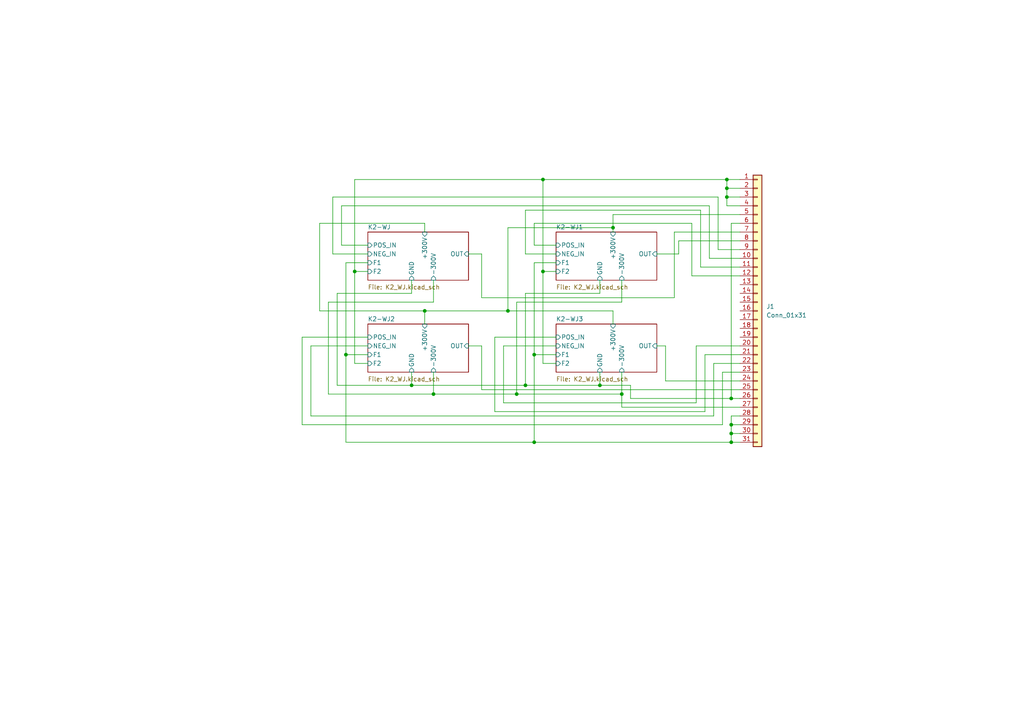
<source format=kicad_sch>
(kicad_sch (version 20230121) (generator eeschema)

  (uuid b5578b6d-6c85-47aa-b572-5802af65a37b)

  (paper "A4")

  (lib_symbols
    (symbol "Connector_Generic:Conn_01x31" (pin_names (offset 1.016) hide) (in_bom yes) (on_board yes)
      (property "Reference" "J" (at 0 40.64 0)
        (effects (font (size 1.27 1.27)))
      )
      (property "Value" "Conn_01x31" (at 0 -40.64 0)
        (effects (font (size 1.27 1.27)))
      )
      (property "Footprint" "" (at 0 0 0)
        (effects (font (size 1.27 1.27)) hide)
      )
      (property "Datasheet" "~" (at 0 0 0)
        (effects (font (size 1.27 1.27)) hide)
      )
      (property "ki_keywords" "connector" (at 0 0 0)
        (effects (font (size 1.27 1.27)) hide)
      )
      (property "ki_description" "Generic connector, single row, 01x31, script generated (kicad-library-utils/schlib/autogen/connector/)" (at 0 0 0)
        (effects (font (size 1.27 1.27)) hide)
      )
      (property "ki_fp_filters" "Connector*:*_1x??_*" (at 0 0 0)
        (effects (font (size 1.27 1.27)) hide)
      )
      (symbol "Conn_01x31_1_1"
        (rectangle (start -1.27 -37.973) (end 0 -38.227)
          (stroke (width 0.1524) (type default))
          (fill (type none))
        )
        (rectangle (start -1.27 -35.433) (end 0 -35.687)
          (stroke (width 0.1524) (type default))
          (fill (type none))
        )
        (rectangle (start -1.27 -32.893) (end 0 -33.147)
          (stroke (width 0.1524) (type default))
          (fill (type none))
        )
        (rectangle (start -1.27 -30.353) (end 0 -30.607)
          (stroke (width 0.1524) (type default))
          (fill (type none))
        )
        (rectangle (start -1.27 -27.813) (end 0 -28.067)
          (stroke (width 0.1524) (type default))
          (fill (type none))
        )
        (rectangle (start -1.27 -25.273) (end 0 -25.527)
          (stroke (width 0.1524) (type default))
          (fill (type none))
        )
        (rectangle (start -1.27 -22.733) (end 0 -22.987)
          (stroke (width 0.1524) (type default))
          (fill (type none))
        )
        (rectangle (start -1.27 -20.193) (end 0 -20.447)
          (stroke (width 0.1524) (type default))
          (fill (type none))
        )
        (rectangle (start -1.27 -17.653) (end 0 -17.907)
          (stroke (width 0.1524) (type default))
          (fill (type none))
        )
        (rectangle (start -1.27 -15.113) (end 0 -15.367)
          (stroke (width 0.1524) (type default))
          (fill (type none))
        )
        (rectangle (start -1.27 -12.573) (end 0 -12.827)
          (stroke (width 0.1524) (type default))
          (fill (type none))
        )
        (rectangle (start -1.27 -10.033) (end 0 -10.287)
          (stroke (width 0.1524) (type default))
          (fill (type none))
        )
        (rectangle (start -1.27 -7.493) (end 0 -7.747)
          (stroke (width 0.1524) (type default))
          (fill (type none))
        )
        (rectangle (start -1.27 -4.953) (end 0 -5.207)
          (stroke (width 0.1524) (type default))
          (fill (type none))
        )
        (rectangle (start -1.27 -2.413) (end 0 -2.667)
          (stroke (width 0.1524) (type default))
          (fill (type none))
        )
        (rectangle (start -1.27 0.127) (end 0 -0.127)
          (stroke (width 0.1524) (type default))
          (fill (type none))
        )
        (rectangle (start -1.27 2.667) (end 0 2.413)
          (stroke (width 0.1524) (type default))
          (fill (type none))
        )
        (rectangle (start -1.27 5.207) (end 0 4.953)
          (stroke (width 0.1524) (type default))
          (fill (type none))
        )
        (rectangle (start -1.27 7.747) (end 0 7.493)
          (stroke (width 0.1524) (type default))
          (fill (type none))
        )
        (rectangle (start -1.27 10.287) (end 0 10.033)
          (stroke (width 0.1524) (type default))
          (fill (type none))
        )
        (rectangle (start -1.27 12.827) (end 0 12.573)
          (stroke (width 0.1524) (type default))
          (fill (type none))
        )
        (rectangle (start -1.27 15.367) (end 0 15.113)
          (stroke (width 0.1524) (type default))
          (fill (type none))
        )
        (rectangle (start -1.27 17.907) (end 0 17.653)
          (stroke (width 0.1524) (type default))
          (fill (type none))
        )
        (rectangle (start -1.27 20.447) (end 0 20.193)
          (stroke (width 0.1524) (type default))
          (fill (type none))
        )
        (rectangle (start -1.27 22.987) (end 0 22.733)
          (stroke (width 0.1524) (type default))
          (fill (type none))
        )
        (rectangle (start -1.27 25.527) (end 0 25.273)
          (stroke (width 0.1524) (type default))
          (fill (type none))
        )
        (rectangle (start -1.27 28.067) (end 0 27.813)
          (stroke (width 0.1524) (type default))
          (fill (type none))
        )
        (rectangle (start -1.27 30.607) (end 0 30.353)
          (stroke (width 0.1524) (type default))
          (fill (type none))
        )
        (rectangle (start -1.27 33.147) (end 0 32.893)
          (stroke (width 0.1524) (type default))
          (fill (type none))
        )
        (rectangle (start -1.27 35.687) (end 0 35.433)
          (stroke (width 0.1524) (type default))
          (fill (type none))
        )
        (rectangle (start -1.27 38.227) (end 0 37.973)
          (stroke (width 0.1524) (type default))
          (fill (type none))
        )
        (rectangle (start -1.27 39.37) (end 1.27 -39.37)
          (stroke (width 0.254) (type default))
          (fill (type background))
        )
        (pin passive line (at -5.08 38.1 0) (length 3.81)
          (name "Pin_1" (effects (font (size 1.27 1.27))))
          (number "1" (effects (font (size 1.27 1.27))))
        )
        (pin passive line (at -5.08 15.24 0) (length 3.81)
          (name "Pin_10" (effects (font (size 1.27 1.27))))
          (number "10" (effects (font (size 1.27 1.27))))
        )
        (pin passive line (at -5.08 12.7 0) (length 3.81)
          (name "Pin_11" (effects (font (size 1.27 1.27))))
          (number "11" (effects (font (size 1.27 1.27))))
        )
        (pin passive line (at -5.08 10.16 0) (length 3.81)
          (name "Pin_12" (effects (font (size 1.27 1.27))))
          (number "12" (effects (font (size 1.27 1.27))))
        )
        (pin passive line (at -5.08 7.62 0) (length 3.81)
          (name "Pin_13" (effects (font (size 1.27 1.27))))
          (number "13" (effects (font (size 1.27 1.27))))
        )
        (pin passive line (at -5.08 5.08 0) (length 3.81)
          (name "Pin_14" (effects (font (size 1.27 1.27))))
          (number "14" (effects (font (size 1.27 1.27))))
        )
        (pin passive line (at -5.08 2.54 0) (length 3.81)
          (name "Pin_15" (effects (font (size 1.27 1.27))))
          (number "15" (effects (font (size 1.27 1.27))))
        )
        (pin passive line (at -5.08 0 0) (length 3.81)
          (name "Pin_16" (effects (font (size 1.27 1.27))))
          (number "16" (effects (font (size 1.27 1.27))))
        )
        (pin passive line (at -5.08 -2.54 0) (length 3.81)
          (name "Pin_17" (effects (font (size 1.27 1.27))))
          (number "17" (effects (font (size 1.27 1.27))))
        )
        (pin passive line (at -5.08 -5.08 0) (length 3.81)
          (name "Pin_18" (effects (font (size 1.27 1.27))))
          (number "18" (effects (font (size 1.27 1.27))))
        )
        (pin passive line (at -5.08 -7.62 0) (length 3.81)
          (name "Pin_19" (effects (font (size 1.27 1.27))))
          (number "19" (effects (font (size 1.27 1.27))))
        )
        (pin passive line (at -5.08 35.56 0) (length 3.81)
          (name "Pin_2" (effects (font (size 1.27 1.27))))
          (number "2" (effects (font (size 1.27 1.27))))
        )
        (pin passive line (at -5.08 -10.16 0) (length 3.81)
          (name "Pin_20" (effects (font (size 1.27 1.27))))
          (number "20" (effects (font (size 1.27 1.27))))
        )
        (pin passive line (at -5.08 -12.7 0) (length 3.81)
          (name "Pin_21" (effects (font (size 1.27 1.27))))
          (number "21" (effects (font (size 1.27 1.27))))
        )
        (pin passive line (at -5.08 -15.24 0) (length 3.81)
          (name "Pin_22" (effects (font (size 1.27 1.27))))
          (number "22" (effects (font (size 1.27 1.27))))
        )
        (pin passive line (at -5.08 -17.78 0) (length 3.81)
          (name "Pin_23" (effects (font (size 1.27 1.27))))
          (number "23" (effects (font (size 1.27 1.27))))
        )
        (pin passive line (at -5.08 -20.32 0) (length 3.81)
          (name "Pin_24" (effects (font (size 1.27 1.27))))
          (number "24" (effects (font (size 1.27 1.27))))
        )
        (pin passive line (at -5.08 -22.86 0) (length 3.81)
          (name "Pin_25" (effects (font (size 1.27 1.27))))
          (number "25" (effects (font (size 1.27 1.27))))
        )
        (pin passive line (at -5.08 -25.4 0) (length 3.81)
          (name "Pin_26" (effects (font (size 1.27 1.27))))
          (number "26" (effects (font (size 1.27 1.27))))
        )
        (pin passive line (at -5.08 -27.94 0) (length 3.81)
          (name "Pin_27" (effects (font (size 1.27 1.27))))
          (number "27" (effects (font (size 1.27 1.27))))
        )
        (pin passive line (at -5.08 -30.48 0) (length 3.81)
          (name "Pin_28" (effects (font (size 1.27 1.27))))
          (number "28" (effects (font (size 1.27 1.27))))
        )
        (pin passive line (at -5.08 -33.02 0) (length 3.81)
          (name "Pin_29" (effects (font (size 1.27 1.27))))
          (number "29" (effects (font (size 1.27 1.27))))
        )
        (pin passive line (at -5.08 33.02 0) (length 3.81)
          (name "Pin_3" (effects (font (size 1.27 1.27))))
          (number "3" (effects (font (size 1.27 1.27))))
        )
        (pin passive line (at -5.08 -35.56 0) (length 3.81)
          (name "Pin_30" (effects (font (size 1.27 1.27))))
          (number "30" (effects (font (size 1.27 1.27))))
        )
        (pin passive line (at -5.08 -38.1 0) (length 3.81)
          (name "Pin_31" (effects (font (size 1.27 1.27))))
          (number "31" (effects (font (size 1.27 1.27))))
        )
        (pin passive line (at -5.08 30.48 0) (length 3.81)
          (name "Pin_4" (effects (font (size 1.27 1.27))))
          (number "4" (effects (font (size 1.27 1.27))))
        )
        (pin passive line (at -5.08 27.94 0) (length 3.81)
          (name "Pin_5" (effects (font (size 1.27 1.27))))
          (number "5" (effects (font (size 1.27 1.27))))
        )
        (pin passive line (at -5.08 25.4 0) (length 3.81)
          (name "Pin_6" (effects (font (size 1.27 1.27))))
          (number "6" (effects (font (size 1.27 1.27))))
        )
        (pin passive line (at -5.08 22.86 0) (length 3.81)
          (name "Pin_7" (effects (font (size 1.27 1.27))))
          (number "7" (effects (font (size 1.27 1.27))))
        )
        (pin passive line (at -5.08 20.32 0) (length 3.81)
          (name "Pin_8" (effects (font (size 1.27 1.27))))
          (number "8" (effects (font (size 1.27 1.27))))
        )
        (pin passive line (at -5.08 17.78 0) (length 3.81)
          (name "Pin_9" (effects (font (size 1.27 1.27))))
          (number "9" (effects (font (size 1.27 1.27))))
        )
      )
    )
  )

  (junction (at 125.73 114.3) (diameter 0) (color 0 0 0 0)
    (uuid 167f8650-cbb3-4703-9615-e59dc8579da1)
  )
  (junction (at 102.87 78.74) (diameter 0) (color 0 0 0 0)
    (uuid 35ff53ac-b6a2-4dca-af26-7eb4f4f93083)
  )
  (junction (at 149.86 114.3) (diameter 0) (color 0 0 0 0)
    (uuid 6a6585f1-be60-4447-a947-c256242e0b76)
  )
  (junction (at 180.34 114.3) (diameter 0) (color 0 0 0 0)
    (uuid 73587f1c-cd89-49f8-8a69-2c3a5f3a633f)
  )
  (junction (at 177.8 66.04) (diameter 0) (color 0 0 0 0)
    (uuid 848d7c6a-2e48-406c-8418-15cc46d2d1ae)
  )
  (junction (at 157.48 52.07) (diameter 0) (color 0 0 0 0)
    (uuid 867e93c4-1057-45a2-8c9b-06f63476ed04)
  )
  (junction (at 154.94 128.27) (diameter 0) (color 0 0 0 0)
    (uuid 91524868-8c68-49b5-a7df-51817abc1169)
  )
  (junction (at 100.33 102.87) (diameter 0) (color 0 0 0 0)
    (uuid 939e78bf-3bb9-45b8-9dbf-163b60fe17da)
  )
  (junction (at 212.09 128.27) (diameter 0) (color 0 0 0 0)
    (uuid 96f0021a-dff1-440e-93e2-236eb602d568)
  )
  (junction (at 123.19 90.17) (diameter 0) (color 0 0 0 0)
    (uuid a2698a8c-de46-455c-a11a-b3848c77ca4f)
  )
  (junction (at 154.94 102.87) (diameter 0) (color 0 0 0 0)
    (uuid ac7d5dd6-54c0-46bf-8502-7363e6c7eca0)
  )
  (junction (at 212.09 115.57) (diameter 0) (color 0 0 0 0)
    (uuid ae2c3667-f88d-4def-a0f1-f2d0cdf4e8c7)
  )
  (junction (at 173.99 111.76) (diameter 0) (color 0 0 0 0)
    (uuid b1549533-9c39-4acc-8dbf-fcdc3ab79003)
  )
  (junction (at 212.09 125.73) (diameter 0) (color 0 0 0 0)
    (uuid b360047f-6a36-4b06-84e9-61045da103fd)
  )
  (junction (at 152.4 111.76) (diameter 0) (color 0 0 0 0)
    (uuid b9faae9d-cb23-4710-9f5c-61f211eb3dde)
  )
  (junction (at 210.82 54.61) (diameter 0) (color 0 0 0 0)
    (uuid c66ed926-fbca-436e-b012-6d704bd1363e)
  )
  (junction (at 212.09 123.19) (diameter 0) (color 0 0 0 0)
    (uuid cb2cc2ac-13f4-4f34-9c98-001f88a50566)
  )
  (junction (at 157.48 78.74) (diameter 0) (color 0 0 0 0)
    (uuid cb304086-125e-441c-8a5d-5342cd5077a0)
  )
  (junction (at 147.32 90.17) (diameter 0) (color 0 0 0 0)
    (uuid d7c2b0e2-8054-4dd1-b296-3e0aed28833d)
  )
  (junction (at 210.82 57.15) (diameter 0) (color 0 0 0 0)
    (uuid dcc9d651-d4e7-4694-ad8b-e10d34ae35ae)
  )
  (junction (at 119.38 111.76) (diameter 0) (color 0 0 0 0)
    (uuid ed10b0a6-14a3-4e2c-8e04-751f38ede816)
  )
  (junction (at 210.82 52.07) (diameter 0) (color 0 0 0 0)
    (uuid f42c408f-8a3a-4de9-b858-51f7a2408121)
  )

  (wire (pts (xy 210.82 57.15) (xy 210.82 54.61))
    (stroke (width 0) (type default))
    (uuid 033ce21b-76f5-436e-94e0-8fe22eff1d42)
  )
  (wire (pts (xy 152.4 85.09) (xy 173.99 85.09))
    (stroke (width 0) (type default))
    (uuid 05a72f73-c153-4840-b49f-1035fd6719c7)
  )
  (wire (pts (xy 139.7 113.03) (xy 139.7 100.33))
    (stroke (width 0) (type default))
    (uuid 068ea5df-9574-4814-ae92-b095ce3319da)
  )
  (wire (pts (xy 214.63 59.69) (xy 210.82 59.69))
    (stroke (width 0) (type default))
    (uuid 08a49250-181d-443f-afa9-d2031c03a0f3)
  )
  (wire (pts (xy 119.38 85.09) (xy 119.38 81.28))
    (stroke (width 0) (type default))
    (uuid 0973abb1-0fc8-4843-a5dc-e50ef53bad10)
  )
  (wire (pts (xy 207.01 120.65) (xy 90.17 120.65))
    (stroke (width 0) (type default))
    (uuid 0ac3f5f2-b040-4917-bb2d-989cc31281e3)
  )
  (wire (pts (xy 100.33 128.27) (xy 154.94 128.27))
    (stroke (width 0) (type default))
    (uuid 0e2b3ac3-39d0-4301-8d7f-0b3a49e6d60a)
  )
  (wire (pts (xy 214.63 64.77) (xy 212.09 64.77))
    (stroke (width 0) (type default))
    (uuid 0eb45c27-2125-4381-aa6e-21a067584929)
  )
  (wire (pts (xy 200.66 64.77) (xy 154.94 64.77))
    (stroke (width 0) (type default))
    (uuid 0efb4fe7-70ee-4114-901d-a929eb3cde70)
  )
  (wire (pts (xy 195.58 67.31) (xy 214.63 67.31))
    (stroke (width 0) (type default))
    (uuid 1029532d-c389-432b-85dd-e42207761373)
  )
  (wire (pts (xy 95.25 87.63) (xy 125.73 87.63))
    (stroke (width 0) (type default))
    (uuid 111b5d9a-0899-4d2b-9f40-d3b96095e968)
  )
  (wire (pts (xy 100.33 76.2) (xy 106.68 76.2))
    (stroke (width 0) (type default))
    (uuid 131aa263-3c69-4ffe-b3a4-1cb21ac7702e)
  )
  (wire (pts (xy 123.19 64.77) (xy 123.19 67.31))
    (stroke (width 0) (type default))
    (uuid 13f8f31a-cb0d-4741-9878-e657e19a683e)
  )
  (wire (pts (xy 139.7 73.66) (xy 135.89 73.66))
    (stroke (width 0) (type default))
    (uuid 14da4045-9de5-40dc-b959-ba1ee05c880c)
  )
  (wire (pts (xy 106.68 102.87) (xy 100.33 102.87))
    (stroke (width 0) (type default))
    (uuid 16467dab-c80d-4bdb-b33d-1a13c6b6ef4e)
  )
  (wire (pts (xy 102.87 52.07) (xy 157.48 52.07))
    (stroke (width 0) (type default))
    (uuid 1738e909-a2f4-4bfc-aedb-83f7dd77f3b1)
  )
  (wire (pts (xy 154.94 64.77) (xy 154.94 71.12))
    (stroke (width 0) (type default))
    (uuid 177daf82-d02f-432f-925f-b5b25196f972)
  )
  (wire (pts (xy 214.63 107.95) (xy 209.55 107.95))
    (stroke (width 0) (type default))
    (uuid 18a4515c-aabc-451d-8a76-a089d2a8b61d)
  )
  (wire (pts (xy 177.8 93.98) (xy 177.8 90.17))
    (stroke (width 0) (type default))
    (uuid 1988706c-c664-4c79-9ea3-0a45c4c475e1)
  )
  (wire (pts (xy 152.4 73.66) (xy 161.29 73.66))
    (stroke (width 0) (type default))
    (uuid 1a010ac4-4afd-4bf7-8f60-25a973d5c07b)
  )
  (wire (pts (xy 210.82 52.07) (xy 214.63 52.07))
    (stroke (width 0) (type default))
    (uuid 1a282121-e201-41b0-88b9-c504fc4bc573)
  )
  (wire (pts (xy 177.8 90.17) (xy 147.32 90.17))
    (stroke (width 0) (type default))
    (uuid 1b5ed7aa-9a4a-42eb-9baa-b6161d7cdbbc)
  )
  (wire (pts (xy 210.82 59.69) (xy 210.82 57.15))
    (stroke (width 0) (type default))
    (uuid 1c459570-4021-4319-8300-e9c20a3c7a13)
  )
  (wire (pts (xy 200.66 80.01) (xy 200.66 64.77))
    (stroke (width 0) (type default))
    (uuid 1e231f3b-0794-415b-b7d0-2d1ba1525a64)
  )
  (wire (pts (xy 96.52 57.15) (xy 96.52 73.66))
    (stroke (width 0) (type default))
    (uuid 1e6da935-7055-455b-a995-629847981eea)
  )
  (wire (pts (xy 100.33 128.27) (xy 100.33 102.87))
    (stroke (width 0) (type default))
    (uuid 1ef3371f-5694-4eaa-a8be-b762d46b1542)
  )
  (wire (pts (xy 214.63 80.01) (xy 200.66 80.01))
    (stroke (width 0) (type default))
    (uuid 1f020146-6e27-4fd9-99c4-663c6073e00d)
  )
  (wire (pts (xy 214.63 105.41) (xy 207.01 105.41))
    (stroke (width 0) (type default))
    (uuid 226019fc-bc8d-4525-82a5-2c3a00c9bef6)
  )
  (wire (pts (xy 161.29 102.87) (xy 154.94 102.87))
    (stroke (width 0) (type default))
    (uuid 22d5cf0d-9286-4eb8-99de-b9c7875a86df)
  )
  (wire (pts (xy 214.63 115.57) (xy 212.09 115.57))
    (stroke (width 0) (type default))
    (uuid 2492b032-f9ad-471f-b01b-6a9e797635b5)
  )
  (wire (pts (xy 214.63 62.23) (xy 177.8 62.23))
    (stroke (width 0) (type default))
    (uuid 258b6a48-1819-426f-b7ea-5e4db61ea12b)
  )
  (wire (pts (xy 180.34 114.3) (xy 149.86 114.3))
    (stroke (width 0) (type default))
    (uuid 2631d0fa-99c7-4f87-b97f-1952cf2c2327)
  )
  (wire (pts (xy 205.74 74.93) (xy 205.74 59.69))
    (stroke (width 0) (type default))
    (uuid 30dad009-e916-4c67-8283-05bf704bd527)
  )
  (wire (pts (xy 212.09 123.19) (xy 212.09 125.73))
    (stroke (width 0) (type default))
    (uuid 35849636-f266-4e0d-aefa-1cf369d2348d)
  )
  (wire (pts (xy 177.8 62.23) (xy 177.8 66.04))
    (stroke (width 0) (type default))
    (uuid 366a1896-36cd-4765-bbd1-75551bff6d15)
  )
  (wire (pts (xy 214.63 128.27) (xy 212.09 128.27))
    (stroke (width 0) (type default))
    (uuid 37e0cf04-b002-4a35-b20e-6f64370690b1)
  )
  (wire (pts (xy 143.51 97.79) (xy 161.29 97.79))
    (stroke (width 0) (type default))
    (uuid 3bbf4285-3c12-4724-b138-db93f50a076d)
  )
  (wire (pts (xy 154.94 128.27) (xy 212.09 128.27))
    (stroke (width 0) (type default))
    (uuid 3ed51506-750e-44e3-b352-a5686a1ebfe9)
  )
  (wire (pts (xy 201.93 100.33) (xy 201.93 116.84))
    (stroke (width 0) (type default))
    (uuid 4153dad9-31f1-44b8-9773-5856c8e4c51d)
  )
  (wire (pts (xy 97.79 85.09) (xy 119.38 85.09))
    (stroke (width 0) (type default))
    (uuid 421ea8a7-b0fe-4b65-a63e-ccb4019578b4)
  )
  (wire (pts (xy 212.09 123.19) (xy 214.63 123.19))
    (stroke (width 0) (type default))
    (uuid 42348ae8-ebd7-4f0f-8d11-5cb330c52caf)
  )
  (wire (pts (xy 177.8 66.04) (xy 177.8 67.31))
    (stroke (width 0) (type default))
    (uuid 47e87dee-a654-49bf-9919-a53c0c9f7e75)
  )
  (wire (pts (xy 203.2 77.47) (xy 203.2 60.96))
    (stroke (width 0) (type default))
    (uuid 4c3ca047-1dac-4a21-8ea1-902fa9660f88)
  )
  (wire (pts (xy 193.04 100.33) (xy 190.5 100.33))
    (stroke (width 0) (type default))
    (uuid 4dc0e2f1-ccc2-4eff-8d79-a629e3535565)
  )
  (wire (pts (xy 210.82 57.15) (xy 214.63 57.15))
    (stroke (width 0) (type default))
    (uuid 575c3e6f-093a-473c-a8de-70b7944db91c)
  )
  (wire (pts (xy 157.48 52.07) (xy 157.48 78.74))
    (stroke (width 0) (type default))
    (uuid 57959195-126e-45e4-bf0f-57ce04965a7d)
  )
  (wire (pts (xy 204.47 119.38) (xy 143.51 119.38))
    (stroke (width 0) (type default))
    (uuid 57df856f-d7f7-4d23-b296-156a9e474135)
  )
  (wire (pts (xy 149.86 114.3) (xy 149.86 87.63))
    (stroke (width 0) (type default))
    (uuid 5a036627-cfc7-4087-9200-bb2dc95562d8)
  )
  (wire (pts (xy 154.94 102.87) (xy 154.94 76.2))
    (stroke (width 0) (type default))
    (uuid 5ab05118-cd51-4bae-87f9-85be487844d0)
  )
  (wire (pts (xy 196.85 69.85) (xy 196.85 73.66))
    (stroke (width 0) (type default))
    (uuid 5db7cbd7-9b91-48cc-b74f-40885b486a7a)
  )
  (wire (pts (xy 102.87 105.41) (xy 102.87 78.74))
    (stroke (width 0) (type default))
    (uuid 5f254200-ac38-4422-bf91-e640f2a8a557)
  )
  (wire (pts (xy 214.63 54.61) (xy 210.82 54.61))
    (stroke (width 0) (type default))
    (uuid 5f8c5965-868d-4847-b860-bfc8398fec52)
  )
  (wire (pts (xy 203.2 60.96) (xy 152.4 60.96))
    (stroke (width 0) (type default))
    (uuid 6526aca6-022b-4019-adc2-5d4929619449)
  )
  (wire (pts (xy 152.4 60.96) (xy 152.4 73.66))
    (stroke (width 0) (type default))
    (uuid 67c9ef86-362f-4cd6-84b6-5de18ce83a44)
  )
  (wire (pts (xy 99.06 71.12) (xy 106.68 71.12))
    (stroke (width 0) (type default))
    (uuid 680dae0e-c9ab-465c-9f34-e8573f20696a)
  )
  (wire (pts (xy 212.09 120.65) (xy 212.09 123.19))
    (stroke (width 0) (type default))
    (uuid 68f74109-a017-45a6-aa77-04259049b5a2)
  )
  (wire (pts (xy 195.58 67.31) (xy 195.58 86.36))
    (stroke (width 0) (type default))
    (uuid 69a4997b-8c3d-418a-8512-d2fd01ca3160)
  )
  (wire (pts (xy 208.28 72.39) (xy 208.28 57.15))
    (stroke (width 0) (type default))
    (uuid 6a63eadf-d16f-4f17-91c9-868b9d90f977)
  )
  (wire (pts (xy 196.85 69.85) (xy 214.63 69.85))
    (stroke (width 0) (type default))
    (uuid 6aac7a4e-ddd2-4f57-afdb-93a65a8e69ff)
  )
  (wire (pts (xy 102.87 78.74) (xy 106.68 78.74))
    (stroke (width 0) (type default))
    (uuid 6afd3810-d394-4d0b-8912-3e3f39774e86)
  )
  (wire (pts (xy 123.19 90.17) (xy 147.32 90.17))
    (stroke (width 0) (type default))
    (uuid 6b87c14d-0788-4b11-8367-b8a6204aef20)
  )
  (wire (pts (xy 208.28 57.15) (xy 96.52 57.15))
    (stroke (width 0) (type default))
    (uuid 6ef35756-eff7-45ea-9104-725ac97de590)
  )
  (wire (pts (xy 201.93 116.84) (xy 146.05 116.84))
    (stroke (width 0) (type default))
    (uuid 6f320e51-d4eb-4653-abfc-c795b4610694)
  )
  (wire (pts (xy 149.86 87.63) (xy 180.34 87.63))
    (stroke (width 0) (type default))
    (uuid 6f997445-965b-4862-a3a9-faa1aa579702)
  )
  (wire (pts (xy 214.63 72.39) (xy 208.28 72.39))
    (stroke (width 0) (type default))
    (uuid 705a301a-f1d8-4266-82c4-17e66f35734a)
  )
  (wire (pts (xy 214.63 118.11) (xy 180.34 118.11))
    (stroke (width 0) (type default))
    (uuid 7124ab63-765e-4574-b2f4-a33a7392f9ea)
  )
  (wire (pts (xy 119.38 107.95) (xy 119.38 111.76))
    (stroke (width 0) (type default))
    (uuid 7336fc2a-98ed-4423-b4d9-5fcb5576c9ea)
  )
  (wire (pts (xy 195.58 86.36) (xy 139.7 86.36))
    (stroke (width 0) (type default))
    (uuid 74b177e9-88b2-44c0-bd28-fc6beb48b6db)
  )
  (wire (pts (xy 123.19 90.17) (xy 92.71 90.17))
    (stroke (width 0) (type default))
    (uuid 74e00601-b640-43ac-bef4-aa830cdb9e80)
  )
  (wire (pts (xy 157.48 105.41) (xy 157.48 78.74))
    (stroke (width 0) (type default))
    (uuid 7f073710-9ba4-4a83-b698-cd4066218c53)
  )
  (wire (pts (xy 154.94 128.27) (xy 154.94 102.87))
    (stroke (width 0) (type default))
    (uuid 7f3d5111-83a2-4245-86df-0403ece3280e)
  )
  (wire (pts (xy 154.94 76.2) (xy 161.29 76.2))
    (stroke (width 0) (type default))
    (uuid 81567d39-59da-473e-aafc-8b765130e0f9)
  )
  (wire (pts (xy 180.34 107.95) (xy 180.34 114.3))
    (stroke (width 0) (type default))
    (uuid 823ded5d-7711-4e87-b5a9-fa93bfadc359)
  )
  (wire (pts (xy 139.7 86.36) (xy 139.7 73.66))
    (stroke (width 0) (type default))
    (uuid 83947ebb-a49c-42e2-b42c-5f59ce7e43e1)
  )
  (wire (pts (xy 180.34 87.63) (xy 180.34 81.28))
    (stroke (width 0) (type default))
    (uuid 880ea009-aaf3-4e28-bf9f-bdbb4c23f0cf)
  )
  (wire (pts (xy 97.79 111.76) (xy 97.79 85.09))
    (stroke (width 0) (type default))
    (uuid 8831bd3f-f5c1-4df9-92b7-8d82c732027b)
  )
  (wire (pts (xy 157.48 78.74) (xy 161.29 78.74))
    (stroke (width 0) (type default))
    (uuid 8b50d5c0-5729-49ff-9d23-9d2b132357a9)
  )
  (wire (pts (xy 214.63 74.93) (xy 205.74 74.93))
    (stroke (width 0) (type default))
    (uuid 8d42c233-6a94-492e-9ac3-7baf7560c28d)
  )
  (wire (pts (xy 92.71 64.77) (xy 123.19 64.77))
    (stroke (width 0) (type default))
    (uuid 8ece1894-318c-4418-9c4e-085b3e1a9cd1)
  )
  (wire (pts (xy 212.09 125.73) (xy 212.09 128.27))
    (stroke (width 0) (type default))
    (uuid 8f382ce4-ee78-48c9-bb07-821403137db2)
  )
  (wire (pts (xy 92.71 90.17) (xy 92.71 64.77))
    (stroke (width 0) (type default))
    (uuid 91bfcccc-b7fb-41e6-9821-19746582a063)
  )
  (wire (pts (xy 143.51 97.79) (xy 143.51 119.38))
    (stroke (width 0) (type default))
    (uuid 931a2171-4a66-4b5c-ada6-180a702ec3ef)
  )
  (wire (pts (xy 154.94 71.12) (xy 161.29 71.12))
    (stroke (width 0) (type default))
    (uuid 97842374-67b2-4ed8-b7cb-bb1c3594cab9)
  )
  (wire (pts (xy 207.01 105.41) (xy 207.01 120.65))
    (stroke (width 0) (type default))
    (uuid 9ab99223-9151-4ff4-8ba7-fee0d55bb0ca)
  )
  (wire (pts (xy 214.63 77.47) (xy 203.2 77.47))
    (stroke (width 0) (type default))
    (uuid 9abeb741-f880-418b-88ac-85965c344658)
  )
  (wire (pts (xy 182.88 115.57) (xy 182.88 111.76))
    (stroke (width 0) (type default))
    (uuid 9b819b52-51a1-492a-9061-2768d08f6561)
  )
  (wire (pts (xy 196.85 73.66) (xy 190.5 73.66))
    (stroke (width 0) (type default))
    (uuid 9d6472e1-4f03-4fec-882f-7e71cdf9c7de)
  )
  (wire (pts (xy 193.04 110.49) (xy 193.04 100.33))
    (stroke (width 0) (type default))
    (uuid 9fa087b8-daf3-4af9-8004-bd705bb9895b)
  )
  (wire (pts (xy 90.17 100.33) (xy 106.68 100.33))
    (stroke (width 0) (type default))
    (uuid a09c2f1e-aec6-401e-a914-0737534b5afb)
  )
  (wire (pts (xy 90.17 120.65) (xy 90.17 100.33))
    (stroke (width 0) (type default))
    (uuid a1003941-39f2-4887-bbee-23d23ce31d6a)
  )
  (wire (pts (xy 99.06 59.69) (xy 99.06 71.12))
    (stroke (width 0) (type default))
    (uuid a14fd131-c3be-4f7d-90bb-be300a730684)
  )
  (wire (pts (xy 210.82 52.07) (xy 210.82 54.61))
    (stroke (width 0) (type default))
    (uuid a4834bbe-a6ea-4856-b1f8-ae7f41dafd85)
  )
  (wire (pts (xy 173.99 107.95) (xy 173.99 111.76))
    (stroke (width 0) (type default))
    (uuid a6761bb0-a7bf-4856-9aac-4f8ee9eff9fc)
  )
  (wire (pts (xy 87.63 123.19) (xy 87.63 97.79))
    (stroke (width 0) (type default))
    (uuid a80b921c-4f4b-4ef2-b5b8-ec29820b59d5)
  )
  (wire (pts (xy 214.63 100.33) (xy 201.93 100.33))
    (stroke (width 0) (type default))
    (uuid a9fbc6ae-5da8-4485-b30e-7c9335f4442c)
  )
  (wire (pts (xy 119.38 111.76) (xy 152.4 111.76))
    (stroke (width 0) (type default))
    (uuid aa164291-4ffd-4af1-b109-c6ea2eaec8ed)
  )
  (wire (pts (xy 173.99 111.76) (xy 152.4 111.76))
    (stroke (width 0) (type default))
    (uuid abf7a942-d5e4-4bce-8c9c-890999e46eea)
  )
  (wire (pts (xy 157.48 52.07) (xy 210.82 52.07))
    (stroke (width 0) (type default))
    (uuid ad9cd3b9-0d3c-4ede-bc6c-f9654137591b)
  )
  (wire (pts (xy 87.63 97.79) (xy 106.68 97.79))
    (stroke (width 0) (type default))
    (uuid adc7df40-63e6-4a68-997a-e766c81cbd81)
  )
  (wire (pts (xy 139.7 100.33) (xy 135.89 100.33))
    (stroke (width 0) (type default))
    (uuid b1a6ce80-6485-4f07-aba4-c602ca3986ef)
  )
  (wire (pts (xy 209.55 107.95) (xy 209.55 123.19))
    (stroke (width 0) (type default))
    (uuid b27dbc77-b8c7-401c-9295-7a75c1b2daa6)
  )
  (wire (pts (xy 205.74 59.69) (xy 99.06 59.69))
    (stroke (width 0) (type default))
    (uuid b37096b7-18fa-4b39-9cc5-df58c8807681)
  )
  (wire (pts (xy 212.09 115.57) (xy 182.88 115.57))
    (stroke (width 0) (type default))
    (uuid b3d125c6-b04b-4517-ac71-6e6986a7feef)
  )
  (wire (pts (xy 119.38 111.76) (xy 97.79 111.76))
    (stroke (width 0) (type default))
    (uuid bca62805-3932-46bd-82fa-b1d475aea574)
  )
  (wire (pts (xy 152.4 111.76) (xy 152.4 85.09))
    (stroke (width 0) (type default))
    (uuid bec59c08-76d2-47ae-a578-7a44cf59fea4)
  )
  (wire (pts (xy 193.04 110.49) (xy 214.63 110.49))
    (stroke (width 0) (type default))
    (uuid c0abb91d-ebbf-40a1-b212-5480f3628378)
  )
  (wire (pts (xy 212.09 125.73) (xy 214.63 125.73))
    (stroke (width 0) (type default))
    (uuid c1f686c1-2bc7-4152-9be2-58a3df550dad)
  )
  (wire (pts (xy 161.29 105.41) (xy 157.48 105.41))
    (stroke (width 0) (type default))
    (uuid c2e4ccd3-8eac-4d73-b768-1955efc756a4)
  )
  (wire (pts (xy 182.88 111.76) (xy 173.99 111.76))
    (stroke (width 0) (type default))
    (uuid c4c9130e-6d50-465f-8acc-688363abacf7)
  )
  (wire (pts (xy 125.73 114.3) (xy 149.86 114.3))
    (stroke (width 0) (type default))
    (uuid c657a224-ab59-42ea-a15f-0c36f064f2e2)
  )
  (wire (pts (xy 204.47 102.87) (xy 204.47 119.38))
    (stroke (width 0) (type default))
    (uuid c72dcfda-45db-4d2b-9fd6-4119ad7301bb)
  )
  (wire (pts (xy 100.33 102.87) (xy 100.33 76.2))
    (stroke (width 0) (type default))
    (uuid c7517459-642c-46a3-a363-f7b76c323baa)
  )
  (wire (pts (xy 214.63 120.65) (xy 212.09 120.65))
    (stroke (width 0) (type default))
    (uuid ca173f70-2fca-4307-9d11-3a81bff80a1f)
  )
  (wire (pts (xy 95.25 114.3) (xy 95.25 87.63))
    (stroke (width 0) (type default))
    (uuid cbb47f2e-ab16-49c8-84e3-33261d0c8872)
  )
  (wire (pts (xy 209.55 123.19) (xy 87.63 123.19))
    (stroke (width 0) (type default))
    (uuid d72309b1-c39a-46d6-92fe-68501875e666)
  )
  (wire (pts (xy 147.32 66.04) (xy 177.8 66.04))
    (stroke (width 0) (type default))
    (uuid d7ff2c7a-9e5a-4557-9904-95477cda97cc)
  )
  (wire (pts (xy 212.09 64.77) (xy 212.09 115.57))
    (stroke (width 0) (type default))
    (uuid d8cda842-ae75-49df-bd3d-e9c59f9b0198)
  )
  (wire (pts (xy 125.73 107.95) (xy 125.73 114.3))
    (stroke (width 0) (type default))
    (uuid d97bdc78-9d8a-48ca-bb42-7779b4f07ea3)
  )
  (wire (pts (xy 147.32 90.17) (xy 147.32 66.04))
    (stroke (width 0) (type default))
    (uuid da8277fd-c0d9-4fdb-8827-1f6d6aabaed7)
  )
  (wire (pts (xy 214.63 102.87) (xy 204.47 102.87))
    (stroke (width 0) (type default))
    (uuid dc9ed9be-1f3d-4c2f-814e-42563bc32851)
  )
  (wire (pts (xy 123.19 93.98) (xy 123.19 90.17))
    (stroke (width 0) (type default))
    (uuid dfa8f2c8-48c6-4c97-8b12-8641552b5ccb)
  )
  (wire (pts (xy 146.05 100.33) (xy 161.29 100.33))
    (stroke (width 0) (type default))
    (uuid e09009f9-0a9c-476f-8f31-9e35407f0093)
  )
  (wire (pts (xy 146.05 100.33) (xy 146.05 116.84))
    (stroke (width 0) (type default))
    (uuid e2dba58b-87dd-419c-9293-09c6d2302955)
  )
  (wire (pts (xy 180.34 118.11) (xy 180.34 114.3))
    (stroke (width 0) (type default))
    (uuid e4c3d079-3daa-489b-b087-f9f05e056fba)
  )
  (wire (pts (xy 125.73 114.3) (xy 95.25 114.3))
    (stroke (width 0) (type default))
    (uuid e5084a83-8743-46ef-9b9e-c4336a1ceb6d)
  )
  (wire (pts (xy 139.7 113.03) (xy 214.63 113.03))
    (stroke (width 0) (type default))
    (uuid e72eaf72-4c50-4674-aa84-fe3732e4d5b6)
  )
  (wire (pts (xy 125.73 87.63) (xy 125.73 81.28))
    (stroke (width 0) (type default))
    (uuid f1da907f-37d2-4fc6-8ac8-94acbce3d19c)
  )
  (wire (pts (xy 173.99 85.09) (xy 173.99 81.28))
    (stroke (width 0) (type default))
    (uuid f1fd3117-3cf5-48d4-9a5a-1b6e7da49c9e)
  )
  (wire (pts (xy 102.87 52.07) (xy 102.87 78.74))
    (stroke (width 0) (type default))
    (uuid f4d265cb-72f1-42b3-a384-795b22e3c468)
  )
  (wire (pts (xy 96.52 73.66) (xy 106.68 73.66))
    (stroke (width 0) (type default))
    (uuid faa32b7c-f0f6-4b62-84ab-fbd912bd0c20)
  )
  (wire (pts (xy 106.68 105.41) (xy 102.87 105.41))
    (stroke (width 0) (type default))
    (uuid face9719-8b25-4c1b-867d-8bb6d392f1f1)
  )

  (symbol (lib_id "Connector_Generic:Conn_01x31") (at 219.71 90.17 0) (unit 1)
    (in_bom yes) (on_board yes) (dnp no) (fields_autoplaced)
    (uuid 8cd57d48-aaef-4c31-afa0-71710819824b)
    (property "Reference" "J1" (at 222.25 88.9 0)
      (effects (font (size 1.27 1.27)) (justify left))
    )
    (property "Value" "Conn_01x31" (at 222.25 91.44 0)
      (effects (font (size 1.27 1.27)) (justify left))
    )
    (property "Footprint" "Connectors:ГРПМШ1-31" (at 219.71 90.17 0)
      (effects (font (size 1.27 1.27)) hide)
    )
    (property "Datasheet" "~" (at 219.71 90.17 0)
      (effects (font (size 1.27 1.27)) hide)
    )
    (pin "16" (uuid 8e0eebd3-23e0-4e65-8bf5-60350db5c457))
    (pin "2" (uuid b5affe3c-708a-4d75-96a3-f7e2d39f0ae9))
    (pin "24" (uuid c299928d-2dfc-4e36-8ce4-f5c5f7a04e2a))
    (pin "22" (uuid 2078ee3b-8217-4b6c-b2c9-63df419011be))
    (pin "19" (uuid b93c3e73-5679-42f6-b764-4036d5e571c5))
    (pin "23" (uuid a93870f7-48dd-488f-a7b9-9ec1bab60720))
    (pin "17" (uuid 3d2b0565-1bfe-4dfa-86ab-6207d9de72c4))
    (pin "25" (uuid 805546c6-aca8-4c7a-9ac6-39d80c32cca0))
    (pin "26" (uuid 3f026ac9-f4ee-4621-bd57-a5215fded33f))
    (pin "30" (uuid 46578fc8-7d44-4806-9b2a-2ca867855e6d))
    (pin "6" (uuid 28671305-555a-42e7-810b-f7f4e1e44e46))
    (pin "8" (uuid 6e2b8b5b-2062-4130-b886-926093def9e5))
    (pin "9" (uuid 7c20230c-3b24-45c5-8695-f32bb68473be))
    (pin "14" (uuid 0c18d1b7-1977-4914-b616-a2c0cf72e6c6))
    (pin "12" (uuid 21e1f8e1-6254-483f-8ad4-69a76fde7831))
    (pin "20" (uuid 4ad3c561-d98a-4a60-9d14-bb28e15e09d0))
    (pin "21" (uuid 58e658f2-180b-4a5c-97b9-49cf8c61c181))
    (pin "28" (uuid 250ac67e-7de9-41cf-b28a-1e973d8aa194))
    (pin "11" (uuid 4a07e819-4525-43b5-a2b7-39f24be479df))
    (pin "29" (uuid c9c57189-bf7a-46ed-ae15-49415a113cf7))
    (pin "15" (uuid 13449c18-1484-4349-8bfd-2070346aaa02))
    (pin "5" (uuid ec32f3aa-c6f9-4e90-a331-c116734d3862))
    (pin "10" (uuid dfac7390-d555-4478-84fb-2baf438a0fa5))
    (pin "13" (uuid 5e1e2ec4-a5f9-4995-b6a6-df5de7e0a113))
    (pin "3" (uuid e2168534-afaf-4e26-b446-20fff2bc2536))
    (pin "4" (uuid 9c6f642c-6e7e-4673-afc8-776f85d9b580))
    (pin "18" (uuid d1e2ad40-77e9-43f8-8655-a41040a1ca6d))
    (pin "1" (uuid f86f4035-f72f-4848-bb4a-8a6135b8b279))
    (pin "27" (uuid 5359dd3b-3242-4ea8-b08f-95257901e094))
    (pin "31" (uuid fc6ea21e-49fd-4ca1-a365-436fbf045c5b))
    (pin "7" (uuid 033641cd-221d-4ca5-9e06-752f466e2843))
    (instances
      (project "opamp"
        (path "/b5578b6d-6c85-47aa-b572-5802af65a37b"
          (reference "J1") (unit 1)
        )
      )
    )
  )

  (sheet (at 106.68 67.31) (size 29.21 13.97)
    (stroke (width 0.1524) (type solid))
    (fill (color 0 0 0 0.0000))
    (uuid 0bd7d013-09ad-4146-abf5-0496fcd2c600)
    (property "Sheetname" "K2-WJ" (at 106.68 66.5984 0)
      (effects (font (size 1.27 1.27)) (justify left bottom))
    )
    (property "Sheetfile" "K2_WJ.kicad_sch" (at 106.68 82.55 0)
      (effects (font (size 1.27 1.27)) (justify left top))
    )
    (pin "POS_IN" input (at 106.68 71.12 180)
      (effects (font (size 1.27 1.27)) (justify left))
      (uuid b0352532-93ce-4811-8340-eea1721e390f)
    )
    (pin "NEG_IN" input (at 106.68 73.66 180)
      (effects (font (size 1.27 1.27)) (justify left))
      (uuid dc2b6a55-9cd4-4983-8d7c-125457e41b0d)
    )
    (pin "F1" input (at 106.68 76.2 180)
      (effects (font (size 1.27 1.27)) (justify left))
      (uuid e8454127-cfae-41e3-9bbc-44ec3d258a14)
    )
    (pin "F2" input (at 106.68 78.74 180)
      (effects (font (size 1.27 1.27)) (justify left))
      (uuid 4e335e8a-324b-463e-b1fa-348a64193191)
    )
    (pin "GND" input (at 119.38 81.28 270)
      (effects (font (size 1.27 1.27)) (justify left))
      (uuid 77dc81f0-7a6a-4987-9298-a253d5585396)
    )
    (pin "+300V" input (at 123.19 67.31 90)
      (effects (font (size 1.27 1.27)) (justify right))
      (uuid 45c4d644-828c-489a-bc87-41da1362570c)
    )
    (pin "-300V" input (at 125.73 81.28 270)
      (effects (font (size 1.27 1.27)) (justify left))
      (uuid 69e7ae43-84a1-4ee1-8cec-6b6d168b99c0)
    )
    (pin "OUT" input (at 135.89 73.66 0)
      (effects (font (size 1.27 1.27)) (justify right))
      (uuid 1c1e3503-b80f-4829-9bf0-f529d89f35c9)
    )
    (instances
      (project "opamp"
        (path "/b5578b6d-6c85-47aa-b572-5802af65a37b" (page "2"))
      )
    )
  )

  (sheet (at 106.68 93.98) (size 29.21 13.97)
    (stroke (width 0.1524) (type solid))
    (fill (color 0 0 0 0.0000))
    (uuid 22f22a06-dc9c-47d9-ae40-ba1ade75bf0a)
    (property "Sheetname" "K2-WJ2" (at 106.68 93.2684 0)
      (effects (font (size 1.27 1.27)) (justify left bottom))
    )
    (property "Sheetfile" "K2_WJ.kicad_sch" (at 106.68 109.22 0)
      (effects (font (size 1.27 1.27)) (justify left top))
    )
    (pin "POS_IN" input (at 106.68 97.79 180)
      (effects (font (size 1.27 1.27)) (justify left))
      (uuid c0ad7114-f2c9-4b1c-ae94-e9c6d92d517f)
    )
    (pin "NEG_IN" input (at 106.68 100.33 180)
      (effects (font (size 1.27 1.27)) (justify left))
      (uuid adf13671-5bba-45c1-a186-70b4c3c954e9)
    )
    (pin "F1" input (at 106.68 102.87 180)
      (effects (font (size 1.27 1.27)) (justify left))
      (uuid 180f7cac-f37b-4fa3-9e2e-0d419ca3b003)
    )
    (pin "F2" input (at 106.68 105.41 180)
      (effects (font (size 1.27 1.27)) (justify left))
      (uuid e7195d0f-4e07-43f2-b02b-5d983a1f44bc)
    )
    (pin "GND" input (at 119.38 107.95 270)
      (effects (font (size 1.27 1.27)) (justify left))
      (uuid 7ca64555-06ea-4108-befb-4f88513915c9)
    )
    (pin "+300V" input (at 123.19 93.98 90)
      (effects (font (size 1.27 1.27)) (justify right))
      (uuid 4249583e-dbf0-45ae-a2d8-9a422bc2f0a8)
    )
    (pin "-300V" input (at 125.73 107.95 270)
      (effects (font (size 1.27 1.27)) (justify left))
      (uuid 623b23bc-c892-4497-ac7f-9e0ac1dd2d5d)
    )
    (pin "OUT" input (at 135.89 100.33 0)
      (effects (font (size 1.27 1.27)) (justify right))
      (uuid ec644181-ac78-47da-87cc-f9fb36cb1897)
    )
    (instances
      (project "opamp"
        (path "/b5578b6d-6c85-47aa-b572-5802af65a37b" (page "4"))
      )
    )
  )

  (sheet (at 161.29 93.98) (size 29.21 13.97)
    (stroke (width 0.1524) (type solid))
    (fill (color 0 0 0 0.0000))
    (uuid df0ee4fc-4d7f-474f-9dcb-4e65806aabbe)
    (property "Sheetname" "K2-WJ3" (at 161.29 93.2684 0)
      (effects (font (size 1.27 1.27)) (justify left bottom))
    )
    (property "Sheetfile" "K2_WJ.kicad_sch" (at 161.29 109.22 0)
      (effects (font (size 1.27 1.27)) (justify left top))
    )
    (pin "POS_IN" input (at 161.29 97.79 180)
      (effects (font (size 1.27 1.27)) (justify left))
      (uuid 05ecd6fd-3eb8-4678-935e-fc9c10512cea)
    )
    (pin "NEG_IN" input (at 161.29 100.33 180)
      (effects (font (size 1.27 1.27)) (justify left))
      (uuid 15cc49f3-4f42-45c6-8d5c-71ba917917f2)
    )
    (pin "F1" input (at 161.29 102.87 180)
      (effects (font (size 1.27 1.27)) (justify left))
      (uuid 0eecb3f3-e5da-4499-b336-ee09c59f2e32)
    )
    (pin "F2" input (at 161.29 105.41 180)
      (effects (font (size 1.27 1.27)) (justify left))
      (uuid 71e8c5b4-128d-47fa-a059-12b06f0557dd)
    )
    (pin "GND" input (at 173.99 107.95 270)
      (effects (font (size 1.27 1.27)) (justify left))
      (uuid 94a5a66a-4ebf-4bb7-a810-6dd1a00a7da4)
    )
    (pin "+300V" input (at 177.8 93.98 90)
      (effects (font (size 1.27 1.27)) (justify right))
      (uuid 64b77329-9b30-44d6-a6a2-ef14f4724d75)
    )
    (pin "-300V" input (at 180.34 107.95 270)
      (effects (font (size 1.27 1.27)) (justify left))
      (uuid 355dd394-f3de-4a0e-bad8-c738ffe79d36)
    )
    (pin "OUT" input (at 190.5 100.33 0)
      (effects (font (size 1.27 1.27)) (justify right))
      (uuid dacc1791-a502-428c-80b5-605d156c2a04)
    )
    (instances
      (project "opamp"
        (path "/b5578b6d-6c85-47aa-b572-5802af65a37b" (page "5"))
      )
    )
  )

  (sheet (at 161.29 67.31) (size 29.21 13.97)
    (stroke (width 0.1524) (type solid))
    (fill (color 0 0 0 0.0000))
    (uuid ebb360f9-4805-4fbb-a66e-f759bde165d7)
    (property "Sheetname" "K2-WJ1" (at 161.29 66.5984 0)
      (effects (font (size 1.27 1.27)) (justify left bottom))
    )
    (property "Sheetfile" "K2_WJ.kicad_sch" (at 161.29 82.55 0)
      (effects (font (size 1.27 1.27)) (justify left top))
    )
    (pin "POS_IN" input (at 161.29 71.12 180)
      (effects (font (size 1.27 1.27)) (justify left))
      (uuid a981fa3b-afdf-4a3a-9fd9-2787927926ce)
    )
    (pin "NEG_IN" input (at 161.29 73.66 180)
      (effects (font (size 1.27 1.27)) (justify left))
      (uuid 12dda835-1fab-4eb4-9942-6942a87c7256)
    )
    (pin "F1" input (at 161.29 76.2 180)
      (effects (font (size 1.27 1.27)) (justify left))
      (uuid d9bc98ca-8b10-4a80-aa12-3e51e028fc40)
    )
    (pin "F2" input (at 161.29 78.74 180)
      (effects (font (size 1.27 1.27)) (justify left))
      (uuid 3ab7b5bd-3c94-44ef-ab63-0588ea9be006)
    )
    (pin "GND" input (at 173.99 81.28 270)
      (effects (font (size 1.27 1.27)) (justify left))
      (uuid b4d0fe17-7d3e-40de-895c-a2da70528b35)
    )
    (pin "+300V" input (at 177.8 67.31 90)
      (effects (font (size 1.27 1.27)) (justify right))
      (uuid c51d1513-5be2-43b3-b546-dac93f7af835)
    )
    (pin "-300V" input (at 180.34 81.28 270)
      (effects (font (size 1.27 1.27)) (justify left))
      (uuid bfffa371-0f78-4ceb-bea8-88305880404e)
    )
    (pin "OUT" input (at 190.5 73.66 0)
      (effects (font (size 1.27 1.27)) (justify right))
      (uuid 9175dd8d-40f3-464c-b1e3-7f222d117c42)
    )
    (instances
      (project "opamp"
        (path "/b5578b6d-6c85-47aa-b572-5802af65a37b" (page "3"))
      )
    )
  )

  (sheet_instances
    (path "/" (page "1"))
  )
)

</source>
